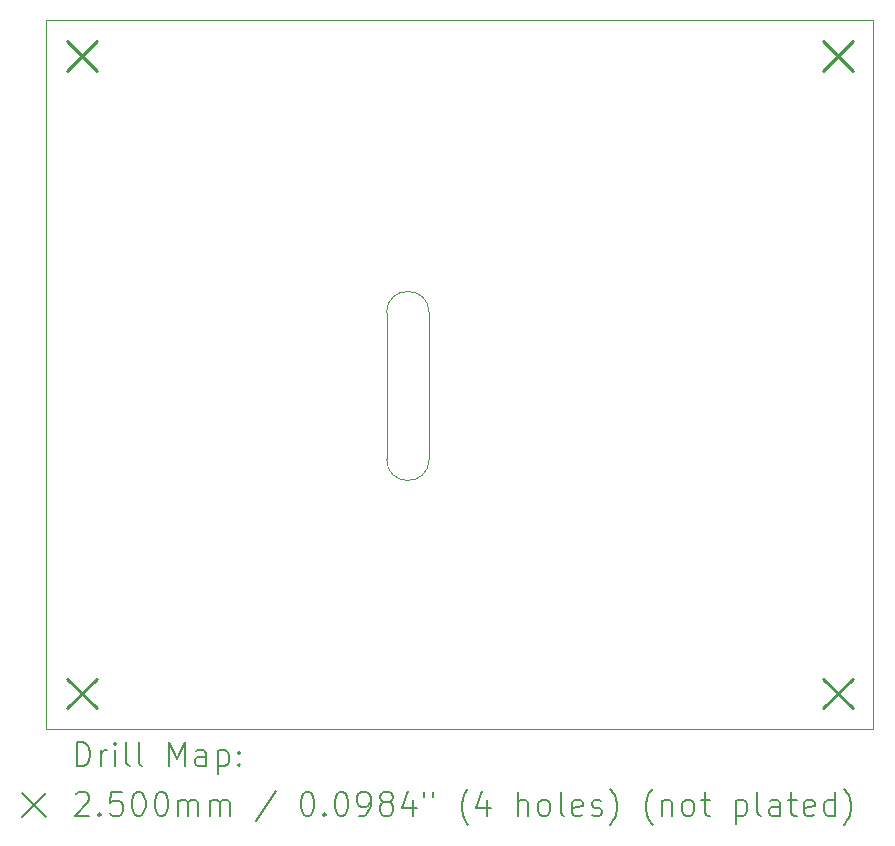
<source format=gbr>
%TF.GenerationSoftware,KiCad,Pcbnew,8.0.6*%
%TF.CreationDate,2024-12-01T22:01:03+01:00*%
%TF.ProjectId,UCC25800,55434332-3538-4303-902e-6b696361645f,rev?*%
%TF.SameCoordinates,Original*%
%TF.FileFunction,Drillmap*%
%TF.FilePolarity,Positive*%
%FSLAX45Y45*%
G04 Gerber Fmt 4.5, Leading zero omitted, Abs format (unit mm)*
G04 Created by KiCad (PCBNEW 8.0.6) date 2024-12-01 22:01:03*
%MOMM*%
%LPD*%
G01*
G04 APERTURE LIST*
%ADD10C,0.050000*%
%ADD11C,0.200000*%
%ADD12C,0.250000*%
G04 APERTURE END LIST*
D10*
X14880000Y-8475500D02*
X14880000Y-9715500D01*
X15240000Y-9715500D02*
G75*
G02*
X14880000Y-9715500I-180000J0D01*
G01*
X15240000Y-8475500D02*
X15240000Y-9715500D01*
X12000000Y-6000000D02*
X19000000Y-6000000D01*
X19000000Y-12000000D01*
X12000000Y-12000000D01*
X12000000Y-6000000D01*
X14880000Y-8475500D02*
G75*
G02*
X15240000Y-8475500I180000J0D01*
G01*
D11*
D12*
X12175000Y-6175000D02*
X12425000Y-6425000D01*
X12425000Y-6175000D02*
X12175000Y-6425000D01*
X12175000Y-11575000D02*
X12425000Y-11825000D01*
X12425000Y-11575000D02*
X12175000Y-11825000D01*
X18575000Y-6175000D02*
X18825000Y-6425000D01*
X18825000Y-6175000D02*
X18575000Y-6425000D01*
X18575000Y-11575000D02*
X18825000Y-11825000D01*
X18825000Y-11575000D02*
X18575000Y-11825000D01*
D11*
X12258277Y-12313984D02*
X12258277Y-12113984D01*
X12258277Y-12113984D02*
X12305896Y-12113984D01*
X12305896Y-12113984D02*
X12334467Y-12123508D01*
X12334467Y-12123508D02*
X12353515Y-12142555D01*
X12353515Y-12142555D02*
X12363039Y-12161603D01*
X12363039Y-12161603D02*
X12372562Y-12199698D01*
X12372562Y-12199698D02*
X12372562Y-12228269D01*
X12372562Y-12228269D02*
X12363039Y-12266365D01*
X12363039Y-12266365D02*
X12353515Y-12285412D01*
X12353515Y-12285412D02*
X12334467Y-12304460D01*
X12334467Y-12304460D02*
X12305896Y-12313984D01*
X12305896Y-12313984D02*
X12258277Y-12313984D01*
X12458277Y-12313984D02*
X12458277Y-12180650D01*
X12458277Y-12218746D02*
X12467801Y-12199698D01*
X12467801Y-12199698D02*
X12477324Y-12190174D01*
X12477324Y-12190174D02*
X12496372Y-12180650D01*
X12496372Y-12180650D02*
X12515420Y-12180650D01*
X12582086Y-12313984D02*
X12582086Y-12180650D01*
X12582086Y-12113984D02*
X12572562Y-12123508D01*
X12572562Y-12123508D02*
X12582086Y-12133031D01*
X12582086Y-12133031D02*
X12591610Y-12123508D01*
X12591610Y-12123508D02*
X12582086Y-12113984D01*
X12582086Y-12113984D02*
X12582086Y-12133031D01*
X12705896Y-12313984D02*
X12686848Y-12304460D01*
X12686848Y-12304460D02*
X12677324Y-12285412D01*
X12677324Y-12285412D02*
X12677324Y-12113984D01*
X12810658Y-12313984D02*
X12791610Y-12304460D01*
X12791610Y-12304460D02*
X12782086Y-12285412D01*
X12782086Y-12285412D02*
X12782086Y-12113984D01*
X13039229Y-12313984D02*
X13039229Y-12113984D01*
X13039229Y-12113984D02*
X13105896Y-12256841D01*
X13105896Y-12256841D02*
X13172562Y-12113984D01*
X13172562Y-12113984D02*
X13172562Y-12313984D01*
X13353515Y-12313984D02*
X13353515Y-12209222D01*
X13353515Y-12209222D02*
X13343991Y-12190174D01*
X13343991Y-12190174D02*
X13324943Y-12180650D01*
X13324943Y-12180650D02*
X13286848Y-12180650D01*
X13286848Y-12180650D02*
X13267801Y-12190174D01*
X13353515Y-12304460D02*
X13334467Y-12313984D01*
X13334467Y-12313984D02*
X13286848Y-12313984D01*
X13286848Y-12313984D02*
X13267801Y-12304460D01*
X13267801Y-12304460D02*
X13258277Y-12285412D01*
X13258277Y-12285412D02*
X13258277Y-12266365D01*
X13258277Y-12266365D02*
X13267801Y-12247317D01*
X13267801Y-12247317D02*
X13286848Y-12237793D01*
X13286848Y-12237793D02*
X13334467Y-12237793D01*
X13334467Y-12237793D02*
X13353515Y-12228269D01*
X13448753Y-12180650D02*
X13448753Y-12380650D01*
X13448753Y-12190174D02*
X13467801Y-12180650D01*
X13467801Y-12180650D02*
X13505896Y-12180650D01*
X13505896Y-12180650D02*
X13524943Y-12190174D01*
X13524943Y-12190174D02*
X13534467Y-12199698D01*
X13534467Y-12199698D02*
X13543991Y-12218746D01*
X13543991Y-12218746D02*
X13543991Y-12275888D01*
X13543991Y-12275888D02*
X13534467Y-12294936D01*
X13534467Y-12294936D02*
X13524943Y-12304460D01*
X13524943Y-12304460D02*
X13505896Y-12313984D01*
X13505896Y-12313984D02*
X13467801Y-12313984D01*
X13467801Y-12313984D02*
X13448753Y-12304460D01*
X13629705Y-12294936D02*
X13639229Y-12304460D01*
X13639229Y-12304460D02*
X13629705Y-12313984D01*
X13629705Y-12313984D02*
X13620182Y-12304460D01*
X13620182Y-12304460D02*
X13629705Y-12294936D01*
X13629705Y-12294936D02*
X13629705Y-12313984D01*
X13629705Y-12190174D02*
X13639229Y-12199698D01*
X13639229Y-12199698D02*
X13629705Y-12209222D01*
X13629705Y-12209222D02*
X13620182Y-12199698D01*
X13620182Y-12199698D02*
X13629705Y-12190174D01*
X13629705Y-12190174D02*
X13629705Y-12209222D01*
X11797500Y-12542500D02*
X11997500Y-12742500D01*
X11997500Y-12542500D02*
X11797500Y-12742500D01*
X12248753Y-12553031D02*
X12258277Y-12543508D01*
X12258277Y-12543508D02*
X12277324Y-12533984D01*
X12277324Y-12533984D02*
X12324943Y-12533984D01*
X12324943Y-12533984D02*
X12343991Y-12543508D01*
X12343991Y-12543508D02*
X12353515Y-12553031D01*
X12353515Y-12553031D02*
X12363039Y-12572079D01*
X12363039Y-12572079D02*
X12363039Y-12591127D01*
X12363039Y-12591127D02*
X12353515Y-12619698D01*
X12353515Y-12619698D02*
X12239229Y-12733984D01*
X12239229Y-12733984D02*
X12363039Y-12733984D01*
X12448753Y-12714936D02*
X12458277Y-12724460D01*
X12458277Y-12724460D02*
X12448753Y-12733984D01*
X12448753Y-12733984D02*
X12439229Y-12724460D01*
X12439229Y-12724460D02*
X12448753Y-12714936D01*
X12448753Y-12714936D02*
X12448753Y-12733984D01*
X12639229Y-12533984D02*
X12543991Y-12533984D01*
X12543991Y-12533984D02*
X12534467Y-12629222D01*
X12534467Y-12629222D02*
X12543991Y-12619698D01*
X12543991Y-12619698D02*
X12563039Y-12610174D01*
X12563039Y-12610174D02*
X12610658Y-12610174D01*
X12610658Y-12610174D02*
X12629705Y-12619698D01*
X12629705Y-12619698D02*
X12639229Y-12629222D01*
X12639229Y-12629222D02*
X12648753Y-12648269D01*
X12648753Y-12648269D02*
X12648753Y-12695888D01*
X12648753Y-12695888D02*
X12639229Y-12714936D01*
X12639229Y-12714936D02*
X12629705Y-12724460D01*
X12629705Y-12724460D02*
X12610658Y-12733984D01*
X12610658Y-12733984D02*
X12563039Y-12733984D01*
X12563039Y-12733984D02*
X12543991Y-12724460D01*
X12543991Y-12724460D02*
X12534467Y-12714936D01*
X12772562Y-12533984D02*
X12791610Y-12533984D01*
X12791610Y-12533984D02*
X12810658Y-12543508D01*
X12810658Y-12543508D02*
X12820182Y-12553031D01*
X12820182Y-12553031D02*
X12829705Y-12572079D01*
X12829705Y-12572079D02*
X12839229Y-12610174D01*
X12839229Y-12610174D02*
X12839229Y-12657793D01*
X12839229Y-12657793D02*
X12829705Y-12695888D01*
X12829705Y-12695888D02*
X12820182Y-12714936D01*
X12820182Y-12714936D02*
X12810658Y-12724460D01*
X12810658Y-12724460D02*
X12791610Y-12733984D01*
X12791610Y-12733984D02*
X12772562Y-12733984D01*
X12772562Y-12733984D02*
X12753515Y-12724460D01*
X12753515Y-12724460D02*
X12743991Y-12714936D01*
X12743991Y-12714936D02*
X12734467Y-12695888D01*
X12734467Y-12695888D02*
X12724943Y-12657793D01*
X12724943Y-12657793D02*
X12724943Y-12610174D01*
X12724943Y-12610174D02*
X12734467Y-12572079D01*
X12734467Y-12572079D02*
X12743991Y-12553031D01*
X12743991Y-12553031D02*
X12753515Y-12543508D01*
X12753515Y-12543508D02*
X12772562Y-12533984D01*
X12963039Y-12533984D02*
X12982086Y-12533984D01*
X12982086Y-12533984D02*
X13001134Y-12543508D01*
X13001134Y-12543508D02*
X13010658Y-12553031D01*
X13010658Y-12553031D02*
X13020182Y-12572079D01*
X13020182Y-12572079D02*
X13029705Y-12610174D01*
X13029705Y-12610174D02*
X13029705Y-12657793D01*
X13029705Y-12657793D02*
X13020182Y-12695888D01*
X13020182Y-12695888D02*
X13010658Y-12714936D01*
X13010658Y-12714936D02*
X13001134Y-12724460D01*
X13001134Y-12724460D02*
X12982086Y-12733984D01*
X12982086Y-12733984D02*
X12963039Y-12733984D01*
X12963039Y-12733984D02*
X12943991Y-12724460D01*
X12943991Y-12724460D02*
X12934467Y-12714936D01*
X12934467Y-12714936D02*
X12924943Y-12695888D01*
X12924943Y-12695888D02*
X12915420Y-12657793D01*
X12915420Y-12657793D02*
X12915420Y-12610174D01*
X12915420Y-12610174D02*
X12924943Y-12572079D01*
X12924943Y-12572079D02*
X12934467Y-12553031D01*
X12934467Y-12553031D02*
X12943991Y-12543508D01*
X12943991Y-12543508D02*
X12963039Y-12533984D01*
X13115420Y-12733984D02*
X13115420Y-12600650D01*
X13115420Y-12619698D02*
X13124943Y-12610174D01*
X13124943Y-12610174D02*
X13143991Y-12600650D01*
X13143991Y-12600650D02*
X13172563Y-12600650D01*
X13172563Y-12600650D02*
X13191610Y-12610174D01*
X13191610Y-12610174D02*
X13201134Y-12629222D01*
X13201134Y-12629222D02*
X13201134Y-12733984D01*
X13201134Y-12629222D02*
X13210658Y-12610174D01*
X13210658Y-12610174D02*
X13229705Y-12600650D01*
X13229705Y-12600650D02*
X13258277Y-12600650D01*
X13258277Y-12600650D02*
X13277324Y-12610174D01*
X13277324Y-12610174D02*
X13286848Y-12629222D01*
X13286848Y-12629222D02*
X13286848Y-12733984D01*
X13382086Y-12733984D02*
X13382086Y-12600650D01*
X13382086Y-12619698D02*
X13391610Y-12610174D01*
X13391610Y-12610174D02*
X13410658Y-12600650D01*
X13410658Y-12600650D02*
X13439229Y-12600650D01*
X13439229Y-12600650D02*
X13458277Y-12610174D01*
X13458277Y-12610174D02*
X13467801Y-12629222D01*
X13467801Y-12629222D02*
X13467801Y-12733984D01*
X13467801Y-12629222D02*
X13477324Y-12610174D01*
X13477324Y-12610174D02*
X13496372Y-12600650D01*
X13496372Y-12600650D02*
X13524943Y-12600650D01*
X13524943Y-12600650D02*
X13543991Y-12610174D01*
X13543991Y-12610174D02*
X13553515Y-12629222D01*
X13553515Y-12629222D02*
X13553515Y-12733984D01*
X13943991Y-12524460D02*
X13772563Y-12781603D01*
X14201134Y-12533984D02*
X14220182Y-12533984D01*
X14220182Y-12533984D02*
X14239229Y-12543508D01*
X14239229Y-12543508D02*
X14248753Y-12553031D01*
X14248753Y-12553031D02*
X14258277Y-12572079D01*
X14258277Y-12572079D02*
X14267801Y-12610174D01*
X14267801Y-12610174D02*
X14267801Y-12657793D01*
X14267801Y-12657793D02*
X14258277Y-12695888D01*
X14258277Y-12695888D02*
X14248753Y-12714936D01*
X14248753Y-12714936D02*
X14239229Y-12724460D01*
X14239229Y-12724460D02*
X14220182Y-12733984D01*
X14220182Y-12733984D02*
X14201134Y-12733984D01*
X14201134Y-12733984D02*
X14182086Y-12724460D01*
X14182086Y-12724460D02*
X14172563Y-12714936D01*
X14172563Y-12714936D02*
X14163039Y-12695888D01*
X14163039Y-12695888D02*
X14153515Y-12657793D01*
X14153515Y-12657793D02*
X14153515Y-12610174D01*
X14153515Y-12610174D02*
X14163039Y-12572079D01*
X14163039Y-12572079D02*
X14172563Y-12553031D01*
X14172563Y-12553031D02*
X14182086Y-12543508D01*
X14182086Y-12543508D02*
X14201134Y-12533984D01*
X14353515Y-12714936D02*
X14363039Y-12724460D01*
X14363039Y-12724460D02*
X14353515Y-12733984D01*
X14353515Y-12733984D02*
X14343991Y-12724460D01*
X14343991Y-12724460D02*
X14353515Y-12714936D01*
X14353515Y-12714936D02*
X14353515Y-12733984D01*
X14486848Y-12533984D02*
X14505896Y-12533984D01*
X14505896Y-12533984D02*
X14524944Y-12543508D01*
X14524944Y-12543508D02*
X14534467Y-12553031D01*
X14534467Y-12553031D02*
X14543991Y-12572079D01*
X14543991Y-12572079D02*
X14553515Y-12610174D01*
X14553515Y-12610174D02*
X14553515Y-12657793D01*
X14553515Y-12657793D02*
X14543991Y-12695888D01*
X14543991Y-12695888D02*
X14534467Y-12714936D01*
X14534467Y-12714936D02*
X14524944Y-12724460D01*
X14524944Y-12724460D02*
X14505896Y-12733984D01*
X14505896Y-12733984D02*
X14486848Y-12733984D01*
X14486848Y-12733984D02*
X14467801Y-12724460D01*
X14467801Y-12724460D02*
X14458277Y-12714936D01*
X14458277Y-12714936D02*
X14448753Y-12695888D01*
X14448753Y-12695888D02*
X14439229Y-12657793D01*
X14439229Y-12657793D02*
X14439229Y-12610174D01*
X14439229Y-12610174D02*
X14448753Y-12572079D01*
X14448753Y-12572079D02*
X14458277Y-12553031D01*
X14458277Y-12553031D02*
X14467801Y-12543508D01*
X14467801Y-12543508D02*
X14486848Y-12533984D01*
X14648753Y-12733984D02*
X14686848Y-12733984D01*
X14686848Y-12733984D02*
X14705896Y-12724460D01*
X14705896Y-12724460D02*
X14715420Y-12714936D01*
X14715420Y-12714936D02*
X14734467Y-12686365D01*
X14734467Y-12686365D02*
X14743991Y-12648269D01*
X14743991Y-12648269D02*
X14743991Y-12572079D01*
X14743991Y-12572079D02*
X14734467Y-12553031D01*
X14734467Y-12553031D02*
X14724944Y-12543508D01*
X14724944Y-12543508D02*
X14705896Y-12533984D01*
X14705896Y-12533984D02*
X14667801Y-12533984D01*
X14667801Y-12533984D02*
X14648753Y-12543508D01*
X14648753Y-12543508D02*
X14639229Y-12553031D01*
X14639229Y-12553031D02*
X14629706Y-12572079D01*
X14629706Y-12572079D02*
X14629706Y-12619698D01*
X14629706Y-12619698D02*
X14639229Y-12638746D01*
X14639229Y-12638746D02*
X14648753Y-12648269D01*
X14648753Y-12648269D02*
X14667801Y-12657793D01*
X14667801Y-12657793D02*
X14705896Y-12657793D01*
X14705896Y-12657793D02*
X14724944Y-12648269D01*
X14724944Y-12648269D02*
X14734467Y-12638746D01*
X14734467Y-12638746D02*
X14743991Y-12619698D01*
X14858277Y-12619698D02*
X14839229Y-12610174D01*
X14839229Y-12610174D02*
X14829706Y-12600650D01*
X14829706Y-12600650D02*
X14820182Y-12581603D01*
X14820182Y-12581603D02*
X14820182Y-12572079D01*
X14820182Y-12572079D02*
X14829706Y-12553031D01*
X14829706Y-12553031D02*
X14839229Y-12543508D01*
X14839229Y-12543508D02*
X14858277Y-12533984D01*
X14858277Y-12533984D02*
X14896372Y-12533984D01*
X14896372Y-12533984D02*
X14915420Y-12543508D01*
X14915420Y-12543508D02*
X14924944Y-12553031D01*
X14924944Y-12553031D02*
X14934467Y-12572079D01*
X14934467Y-12572079D02*
X14934467Y-12581603D01*
X14934467Y-12581603D02*
X14924944Y-12600650D01*
X14924944Y-12600650D02*
X14915420Y-12610174D01*
X14915420Y-12610174D02*
X14896372Y-12619698D01*
X14896372Y-12619698D02*
X14858277Y-12619698D01*
X14858277Y-12619698D02*
X14839229Y-12629222D01*
X14839229Y-12629222D02*
X14829706Y-12638746D01*
X14829706Y-12638746D02*
X14820182Y-12657793D01*
X14820182Y-12657793D02*
X14820182Y-12695888D01*
X14820182Y-12695888D02*
X14829706Y-12714936D01*
X14829706Y-12714936D02*
X14839229Y-12724460D01*
X14839229Y-12724460D02*
X14858277Y-12733984D01*
X14858277Y-12733984D02*
X14896372Y-12733984D01*
X14896372Y-12733984D02*
X14915420Y-12724460D01*
X14915420Y-12724460D02*
X14924944Y-12714936D01*
X14924944Y-12714936D02*
X14934467Y-12695888D01*
X14934467Y-12695888D02*
X14934467Y-12657793D01*
X14934467Y-12657793D02*
X14924944Y-12638746D01*
X14924944Y-12638746D02*
X14915420Y-12629222D01*
X14915420Y-12629222D02*
X14896372Y-12619698D01*
X15105896Y-12600650D02*
X15105896Y-12733984D01*
X15058277Y-12524460D02*
X15010658Y-12667317D01*
X15010658Y-12667317D02*
X15134467Y-12667317D01*
X15201134Y-12533984D02*
X15201134Y-12572079D01*
X15277325Y-12533984D02*
X15277325Y-12572079D01*
X15572563Y-12810174D02*
X15563039Y-12800650D01*
X15563039Y-12800650D02*
X15543991Y-12772079D01*
X15543991Y-12772079D02*
X15534468Y-12753031D01*
X15534468Y-12753031D02*
X15524944Y-12724460D01*
X15524944Y-12724460D02*
X15515420Y-12676841D01*
X15515420Y-12676841D02*
X15515420Y-12638746D01*
X15515420Y-12638746D02*
X15524944Y-12591127D01*
X15524944Y-12591127D02*
X15534468Y-12562555D01*
X15534468Y-12562555D02*
X15543991Y-12543508D01*
X15543991Y-12543508D02*
X15563039Y-12514936D01*
X15563039Y-12514936D02*
X15572563Y-12505412D01*
X15734468Y-12600650D02*
X15734468Y-12733984D01*
X15686848Y-12524460D02*
X15639229Y-12667317D01*
X15639229Y-12667317D02*
X15763039Y-12667317D01*
X15991610Y-12733984D02*
X15991610Y-12533984D01*
X16077325Y-12733984D02*
X16077325Y-12629222D01*
X16077325Y-12629222D02*
X16067801Y-12610174D01*
X16067801Y-12610174D02*
X16048753Y-12600650D01*
X16048753Y-12600650D02*
X16020182Y-12600650D01*
X16020182Y-12600650D02*
X16001134Y-12610174D01*
X16001134Y-12610174D02*
X15991610Y-12619698D01*
X16201134Y-12733984D02*
X16182087Y-12724460D01*
X16182087Y-12724460D02*
X16172563Y-12714936D01*
X16172563Y-12714936D02*
X16163039Y-12695888D01*
X16163039Y-12695888D02*
X16163039Y-12638746D01*
X16163039Y-12638746D02*
X16172563Y-12619698D01*
X16172563Y-12619698D02*
X16182087Y-12610174D01*
X16182087Y-12610174D02*
X16201134Y-12600650D01*
X16201134Y-12600650D02*
X16229706Y-12600650D01*
X16229706Y-12600650D02*
X16248753Y-12610174D01*
X16248753Y-12610174D02*
X16258277Y-12619698D01*
X16258277Y-12619698D02*
X16267801Y-12638746D01*
X16267801Y-12638746D02*
X16267801Y-12695888D01*
X16267801Y-12695888D02*
X16258277Y-12714936D01*
X16258277Y-12714936D02*
X16248753Y-12724460D01*
X16248753Y-12724460D02*
X16229706Y-12733984D01*
X16229706Y-12733984D02*
X16201134Y-12733984D01*
X16382087Y-12733984D02*
X16363039Y-12724460D01*
X16363039Y-12724460D02*
X16353515Y-12705412D01*
X16353515Y-12705412D02*
X16353515Y-12533984D01*
X16534468Y-12724460D02*
X16515420Y-12733984D01*
X16515420Y-12733984D02*
X16477325Y-12733984D01*
X16477325Y-12733984D02*
X16458277Y-12724460D01*
X16458277Y-12724460D02*
X16448753Y-12705412D01*
X16448753Y-12705412D02*
X16448753Y-12629222D01*
X16448753Y-12629222D02*
X16458277Y-12610174D01*
X16458277Y-12610174D02*
X16477325Y-12600650D01*
X16477325Y-12600650D02*
X16515420Y-12600650D01*
X16515420Y-12600650D02*
X16534468Y-12610174D01*
X16534468Y-12610174D02*
X16543991Y-12629222D01*
X16543991Y-12629222D02*
X16543991Y-12648269D01*
X16543991Y-12648269D02*
X16448753Y-12667317D01*
X16620182Y-12724460D02*
X16639230Y-12733984D01*
X16639230Y-12733984D02*
X16677325Y-12733984D01*
X16677325Y-12733984D02*
X16696372Y-12724460D01*
X16696372Y-12724460D02*
X16705896Y-12705412D01*
X16705896Y-12705412D02*
X16705896Y-12695888D01*
X16705896Y-12695888D02*
X16696372Y-12676841D01*
X16696372Y-12676841D02*
X16677325Y-12667317D01*
X16677325Y-12667317D02*
X16648753Y-12667317D01*
X16648753Y-12667317D02*
X16629706Y-12657793D01*
X16629706Y-12657793D02*
X16620182Y-12638746D01*
X16620182Y-12638746D02*
X16620182Y-12629222D01*
X16620182Y-12629222D02*
X16629706Y-12610174D01*
X16629706Y-12610174D02*
X16648753Y-12600650D01*
X16648753Y-12600650D02*
X16677325Y-12600650D01*
X16677325Y-12600650D02*
X16696372Y-12610174D01*
X16772563Y-12810174D02*
X16782087Y-12800650D01*
X16782087Y-12800650D02*
X16801134Y-12772079D01*
X16801134Y-12772079D02*
X16810658Y-12753031D01*
X16810658Y-12753031D02*
X16820182Y-12724460D01*
X16820182Y-12724460D02*
X16829706Y-12676841D01*
X16829706Y-12676841D02*
X16829706Y-12638746D01*
X16829706Y-12638746D02*
X16820182Y-12591127D01*
X16820182Y-12591127D02*
X16810658Y-12562555D01*
X16810658Y-12562555D02*
X16801134Y-12543508D01*
X16801134Y-12543508D02*
X16782087Y-12514936D01*
X16782087Y-12514936D02*
X16772563Y-12505412D01*
X17134468Y-12810174D02*
X17124944Y-12800650D01*
X17124944Y-12800650D02*
X17105896Y-12772079D01*
X17105896Y-12772079D02*
X17096373Y-12753031D01*
X17096373Y-12753031D02*
X17086849Y-12724460D01*
X17086849Y-12724460D02*
X17077325Y-12676841D01*
X17077325Y-12676841D02*
X17077325Y-12638746D01*
X17077325Y-12638746D02*
X17086849Y-12591127D01*
X17086849Y-12591127D02*
X17096373Y-12562555D01*
X17096373Y-12562555D02*
X17105896Y-12543508D01*
X17105896Y-12543508D02*
X17124944Y-12514936D01*
X17124944Y-12514936D02*
X17134468Y-12505412D01*
X17210658Y-12600650D02*
X17210658Y-12733984D01*
X17210658Y-12619698D02*
X17220182Y-12610174D01*
X17220182Y-12610174D02*
X17239230Y-12600650D01*
X17239230Y-12600650D02*
X17267801Y-12600650D01*
X17267801Y-12600650D02*
X17286849Y-12610174D01*
X17286849Y-12610174D02*
X17296373Y-12629222D01*
X17296373Y-12629222D02*
X17296373Y-12733984D01*
X17420182Y-12733984D02*
X17401134Y-12724460D01*
X17401134Y-12724460D02*
X17391611Y-12714936D01*
X17391611Y-12714936D02*
X17382087Y-12695888D01*
X17382087Y-12695888D02*
X17382087Y-12638746D01*
X17382087Y-12638746D02*
X17391611Y-12619698D01*
X17391611Y-12619698D02*
X17401134Y-12610174D01*
X17401134Y-12610174D02*
X17420182Y-12600650D01*
X17420182Y-12600650D02*
X17448754Y-12600650D01*
X17448754Y-12600650D02*
X17467801Y-12610174D01*
X17467801Y-12610174D02*
X17477325Y-12619698D01*
X17477325Y-12619698D02*
X17486849Y-12638746D01*
X17486849Y-12638746D02*
X17486849Y-12695888D01*
X17486849Y-12695888D02*
X17477325Y-12714936D01*
X17477325Y-12714936D02*
X17467801Y-12724460D01*
X17467801Y-12724460D02*
X17448754Y-12733984D01*
X17448754Y-12733984D02*
X17420182Y-12733984D01*
X17543992Y-12600650D02*
X17620182Y-12600650D01*
X17572563Y-12533984D02*
X17572563Y-12705412D01*
X17572563Y-12705412D02*
X17582087Y-12724460D01*
X17582087Y-12724460D02*
X17601134Y-12733984D01*
X17601134Y-12733984D02*
X17620182Y-12733984D01*
X17839230Y-12600650D02*
X17839230Y-12800650D01*
X17839230Y-12610174D02*
X17858277Y-12600650D01*
X17858277Y-12600650D02*
X17896373Y-12600650D01*
X17896373Y-12600650D02*
X17915420Y-12610174D01*
X17915420Y-12610174D02*
X17924944Y-12619698D01*
X17924944Y-12619698D02*
X17934468Y-12638746D01*
X17934468Y-12638746D02*
X17934468Y-12695888D01*
X17934468Y-12695888D02*
X17924944Y-12714936D01*
X17924944Y-12714936D02*
X17915420Y-12724460D01*
X17915420Y-12724460D02*
X17896373Y-12733984D01*
X17896373Y-12733984D02*
X17858277Y-12733984D01*
X17858277Y-12733984D02*
X17839230Y-12724460D01*
X18048754Y-12733984D02*
X18029706Y-12724460D01*
X18029706Y-12724460D02*
X18020182Y-12705412D01*
X18020182Y-12705412D02*
X18020182Y-12533984D01*
X18210658Y-12733984D02*
X18210658Y-12629222D01*
X18210658Y-12629222D02*
X18201135Y-12610174D01*
X18201135Y-12610174D02*
X18182087Y-12600650D01*
X18182087Y-12600650D02*
X18143992Y-12600650D01*
X18143992Y-12600650D02*
X18124944Y-12610174D01*
X18210658Y-12724460D02*
X18191611Y-12733984D01*
X18191611Y-12733984D02*
X18143992Y-12733984D01*
X18143992Y-12733984D02*
X18124944Y-12724460D01*
X18124944Y-12724460D02*
X18115420Y-12705412D01*
X18115420Y-12705412D02*
X18115420Y-12686365D01*
X18115420Y-12686365D02*
X18124944Y-12667317D01*
X18124944Y-12667317D02*
X18143992Y-12657793D01*
X18143992Y-12657793D02*
X18191611Y-12657793D01*
X18191611Y-12657793D02*
X18210658Y-12648269D01*
X18277325Y-12600650D02*
X18353515Y-12600650D01*
X18305896Y-12533984D02*
X18305896Y-12705412D01*
X18305896Y-12705412D02*
X18315420Y-12724460D01*
X18315420Y-12724460D02*
X18334468Y-12733984D01*
X18334468Y-12733984D02*
X18353515Y-12733984D01*
X18496373Y-12724460D02*
X18477325Y-12733984D01*
X18477325Y-12733984D02*
X18439230Y-12733984D01*
X18439230Y-12733984D02*
X18420182Y-12724460D01*
X18420182Y-12724460D02*
X18410658Y-12705412D01*
X18410658Y-12705412D02*
X18410658Y-12629222D01*
X18410658Y-12629222D02*
X18420182Y-12610174D01*
X18420182Y-12610174D02*
X18439230Y-12600650D01*
X18439230Y-12600650D02*
X18477325Y-12600650D01*
X18477325Y-12600650D02*
X18496373Y-12610174D01*
X18496373Y-12610174D02*
X18505896Y-12629222D01*
X18505896Y-12629222D02*
X18505896Y-12648269D01*
X18505896Y-12648269D02*
X18410658Y-12667317D01*
X18677325Y-12733984D02*
X18677325Y-12533984D01*
X18677325Y-12724460D02*
X18658277Y-12733984D01*
X18658277Y-12733984D02*
X18620182Y-12733984D01*
X18620182Y-12733984D02*
X18601135Y-12724460D01*
X18601135Y-12724460D02*
X18591611Y-12714936D01*
X18591611Y-12714936D02*
X18582087Y-12695888D01*
X18582087Y-12695888D02*
X18582087Y-12638746D01*
X18582087Y-12638746D02*
X18591611Y-12619698D01*
X18591611Y-12619698D02*
X18601135Y-12610174D01*
X18601135Y-12610174D02*
X18620182Y-12600650D01*
X18620182Y-12600650D02*
X18658277Y-12600650D01*
X18658277Y-12600650D02*
X18677325Y-12610174D01*
X18753516Y-12810174D02*
X18763039Y-12800650D01*
X18763039Y-12800650D02*
X18782087Y-12772079D01*
X18782087Y-12772079D02*
X18791611Y-12753031D01*
X18791611Y-12753031D02*
X18801135Y-12724460D01*
X18801135Y-12724460D02*
X18810658Y-12676841D01*
X18810658Y-12676841D02*
X18810658Y-12638746D01*
X18810658Y-12638746D02*
X18801135Y-12591127D01*
X18801135Y-12591127D02*
X18791611Y-12562555D01*
X18791611Y-12562555D02*
X18782087Y-12543508D01*
X18782087Y-12543508D02*
X18763039Y-12514936D01*
X18763039Y-12514936D02*
X18753516Y-12505412D01*
M02*

</source>
